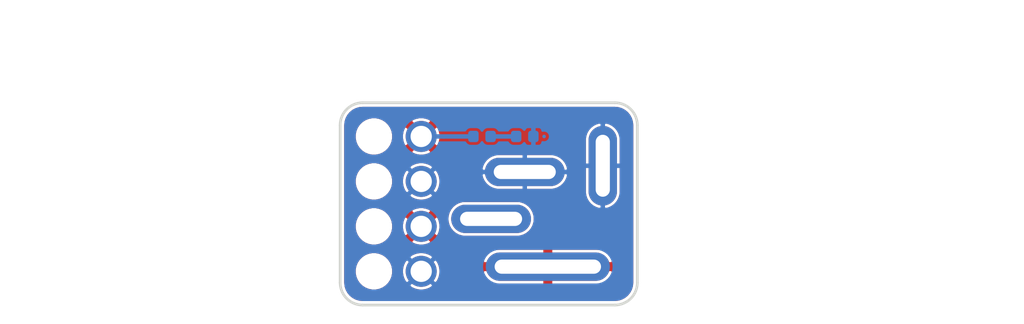
<source format=kicad_pcb>
(kicad_pcb (version 20171130) (host pcbnew "(5.0.2)-1")

  (general
    (thickness 1.6)
    (drawings 20)
    (tracks 5)
    (zones 0)
    (modules 9)
    (nets 4)
  )

  (page A4)
  (layers
    (0 F.Cu signal)
    (31 B.Cu signal)
    (32 B.Adhes user)
    (33 F.Adhes user)
    (34 B.Paste user)
    (35 F.Paste user)
    (36 B.SilkS user)
    (37 F.SilkS user)
    (38 B.Mask user)
    (39 F.Mask user)
    (40 Dwgs.User user)
    (41 Cmts.User user)
    (42 Eco1.User user)
    (43 Eco2.User user)
    (44 Edge.Cuts user)
    (45 Margin user)
    (46 B.CrtYd user)
    (47 F.CrtYd user)
    (48 B.Fab user)
    (49 F.Fab user)
  )

  (setup
    (last_trace_width 0.25)
    (trace_clearance 0.1524)
    (zone_clearance 0.1524)
    (zone_45_only no)
    (trace_min 0.2)
    (segment_width 0.2)
    (edge_width 0.15)
    (via_size 0.8)
    (via_drill 0.4)
    (via_min_size 0.4)
    (via_min_drill 0.3)
    (uvia_size 0.3)
    (uvia_drill 0.1)
    (uvias_allowed no)
    (uvia_min_size 0.2)
    (uvia_min_drill 0.1)
    (pcb_text_width 0.3)
    (pcb_text_size 1.5 1.5)
    (mod_edge_width 0.15)
    (mod_text_size 1 1)
    (mod_text_width 0.15)
    (pad_size 3 3)
    (pad_drill 3)
    (pad_to_mask_clearance 0.0508)
    (solder_mask_min_width 0.25)
    (aux_axis_origin 0 0)
    (visible_elements 7FFFFFFF)
    (pcbplotparams
      (layerselection 0x010fc_ffffffff)
      (usegerberextensions false)
      (usegerberattributes false)
      (usegerberadvancedattributes false)
      (creategerberjobfile false)
      (excludeedgelayer true)
      (linewidth 0.050000)
      (plotframeref false)
      (viasonmask false)
      (mode 1)
      (useauxorigin false)
      (hpglpennumber 1)
      (hpglpenspeed 20)
      (hpglpendiameter 15.000000)
      (psnegative false)
      (psa4output false)
      (plotreference true)
      (plotvalue true)
      (plotinvisibletext false)
      (padsonsilk false)
      (subtractmaskfromsilk false)
      (outputformat 1)
      (mirror false)
      (drillshape 1)
      (scaleselection 1)
      (outputdirectory ""))
  )

  (net 0 "")
  (net 1 "Net-(J1-Pad3)")
  (net 2 /DC+)
  (net 3 /DC-)

  (net_class Default "This is the default net class."
    (clearance 0.1524)
    (trace_width 0.25)
    (via_dia 0.8)
    (via_drill 0.4)
    (uvia_dia 0.3)
    (uvia_drill 0.1)
    (add_net /DC+)
    (add_net /DC-)
    (add_net "Net-(J1-Pad3)")
  )

  (module LED_SMD:LED_0402_1005Metric (layer B.Cu) (tedit 5C59AAE7) (tstamp 5C58C000)
    (at 150.876 93.726 180)
    (descr "LED SMD 0402 (1005 Metric), square (rectangular) end terminal, IPC_7351 nominal, (Body size source: http://www.tortai-tech.com/upload/download/2011102023233369053.pdf), generated with kicad-footprint-generator")
    (tags LED)
    (attr smd)
    (fp_text reference REF** (at 0 1.17 180) (layer B.SilkS) hide
      (effects (font (size 1 1) (thickness 0.15)) (justify mirror))
    )
    (fp_text value LED_0402_1005Metric (at 0 -1.17 180) (layer B.Fab)
      (effects (font (size 0.5 0.5) (thickness 0.05)) (justify mirror))
    )
    (fp_text user %R (at 0 0 180) (layer B.Fab)
      (effects (font (size 0.25 0.25) (thickness 0.04)) (justify mirror))
    )
    (fp_line (start 0.93 -0.47) (end -0.93 -0.47) (layer B.CrtYd) (width 0.05))
    (fp_line (start 0.93 0.47) (end 0.93 -0.47) (layer B.CrtYd) (width 0.05))
    (fp_line (start -0.93 0.47) (end 0.93 0.47) (layer B.CrtYd) (width 0.05))
    (fp_line (start -0.93 -0.47) (end -0.93 0.47) (layer B.CrtYd) (width 0.05))
    (fp_line (start -0.3 -0.25) (end -0.3 0.25) (layer B.Fab) (width 0.1))
    (fp_line (start -0.4 -0.25) (end -0.4 0.25) (layer B.Fab) (width 0.1))
    (fp_line (start 0.5 -0.25) (end -0.5 -0.25) (layer B.Fab) (width 0.1))
    (fp_line (start 0.5 0.25) (end 0.5 -0.25) (layer B.Fab) (width 0.1))
    (fp_line (start -0.5 0.25) (end 0.5 0.25) (layer B.Fab) (width 0.1))
    (fp_line (start -0.5 -0.25) (end -0.5 0.25) (layer B.Fab) (width 0.1))
    (fp_circle (center -1.09 0) (end -1.04 0) (layer B.Cu) (width 0.1))
    (pad 2 smd roundrect (at 0.485 0 180) (size 0.59 0.64) (layers B.Cu B.Paste B.Mask) (roundrect_rratio 0.25))
    (pad 1 smd roundrect (at -0.485 0 180) (size 0.59 0.64) (layers B.Cu B.Paste B.Mask) (roundrect_rratio 0.25)
      (net 3 /DC-))
    (model ${KISYS3DMOD}/LED_SMD.3dshapes/LED_0402_1005Metric.wrl
      (at (xyz 0 0 0))
      (scale (xyz 1 1 1))
      (rotate (xyz 0 0 0))
    )
  )

  (module SA_Resistors_SMD:R_0402_1005M (layer B.Cu) (tedit 5C58BD82) (tstamp 5C58BEAC)
    (at 148.463 93.726)
    (descr "Resistor SMD 0402 (1005 Metric), square (rectangular) end terminal, IPC_7351 nominal, (Body size source: http://www.tortai-tech.com/upload/download/2011102023233369053.pdf), generated with kicad-footprint-generator")
    (tags resistor)
    (attr smd)
    (fp_text reference REF** (at 0 0.87) (layer B.SilkS) hide
      (effects (font (size 0.6 0.6) (thickness 0.127)) (justify mirror))
    )
    (fp_text value R_0402_1005M (at 0 -0.7) (layer B.Fab)
      (effects (font (size 0.3 0.3) (thickness 0.03)) (justify mirror))
    )
    (fp_text user %R (at 0 0) (layer B.Fab)
      (effects (font (size 0.25 0.25) (thickness 0.04)) (justify mirror))
    )
    (fp_line (start 0.93 -0.47) (end -0.93 -0.47) (layer B.CrtYd) (width 0.05))
    (fp_line (start 0.93 0.47) (end 0.93 -0.47) (layer B.CrtYd) (width 0.05))
    (fp_line (start -0.93 0.47) (end 0.93 0.47) (layer B.CrtYd) (width 0.05))
    (fp_line (start -0.93 -0.47) (end -0.93 0.47) (layer B.CrtYd) (width 0.05))
    (fp_line (start 0.5 -0.25) (end -0.5 -0.25) (layer B.Fab) (width 0.1))
    (fp_line (start 0.5 0.25) (end 0.5 -0.25) (layer B.Fab) (width 0.1))
    (fp_line (start -0.5 0.25) (end 0.5 0.25) (layer B.Fab) (width 0.1))
    (fp_line (start -0.5 -0.25) (end -0.5 0.25) (layer B.Fab) (width 0.1))
    (pad 2 smd roundrect (at 0.485 0) (size 0.59 0.64) (layers B.Cu B.Paste B.Mask) (roundrect_rratio 0.25))
    (pad 1 smd roundrect (at -0.485 0) (size 0.59 0.64) (layers B.Cu B.Paste B.Mask) (roundrect_rratio 0.25)
      (net 2 /DC+))
    (model ${KISYS3DMOD}/Resistor_SMD.3dshapes/R_0402_1005Metric.wrl
      (at (xyz 0 0 0))
      (scale (xyz 1 1 1))
      (rotate (xyz 0 0 0))
    )
  )

  (module SA_Connectors_Wire:NPTH_1x_2.0mm (layer F.Cu) (tedit 5C58B217) (tstamp 5C584E6B)
    (at 142.367 98.806)
    (fp_text reference REF** (at 0 0.5) (layer F.SilkS) hide
      (effects (font (size 0.5 0.5) (thickness 0.05)))
    )
    (fp_text value NPTH_1x_2.0mm (at 0 -0.5) (layer F.Fab) hide
      (effects (font (size 0.5 0.5) (thickness 0.05)))
    )
    (pad "" np_thru_hole circle (at 0 0) (size 1.75 1.75) (drill 1.75) (layers *.Cu *.Mask))
  )

  (module SA_Connectors_Wire:NPTH_1x_2.0mm (layer F.Cu) (tedit 5C58B222) (tstamp 5C584E63)
    (at 142.367 101.346)
    (fp_text reference REF** (at 0 0.5) (layer F.SilkS) hide
      (effects (font (size 0.5 0.5) (thickness 0.05)))
    )
    (fp_text value NPTH_1x_2.0mm (at 0 -0.5) (layer F.Fab) hide
      (effects (font (size 0.5 0.5) (thickness 0.05)))
    )
    (pad "" np_thru_hole circle (at 0 0) (size 1.75 1.75) (drill 1.75) (layers *.Cu *.Mask))
  )

  (module SA_Connectors_Wire:NPTH_1x_2.0mm (layer F.Cu) (tedit 5C58B207) (tstamp 5C584E5B)
    (at 142.367 96.266)
    (fp_text reference REF** (at 0 0.5) (layer F.SilkS) hide
      (effects (font (size 0.5 0.5) (thickness 0.05)))
    )
    (fp_text value NPTH_1x_2.0mm (at 0 -0.5) (layer F.Fab) hide
      (effects (font (size 0.5 0.5) (thickness 0.05)))
    )
    (pad "" np_thru_hole circle (at 0 0) (size 1.75 1.75) (drill 1.75) (layers *.Cu *.Mask))
  )

  (module SA_Connectors_Wire:Wire_Pad_2x_1.0mm_Hole_1.5_Annular_2.54mm_Pitch (layer F.Cu) (tedit 5C592BC8) (tstamp 5C6175B7)
    (at 145.034 100.076 90)
    (path /5C584E3D)
    (fp_text reference J3 (at 0 0.5 90) (layer F.SilkS) hide
      (effects (font (size 0.5 0.5) (thickness 0.05)))
    )
    (fp_text value Wire_Pad_2x (at 0 -0.5 90) (layer F.Fab) hide
      (effects (font (size 0.5 0.5) (thickness 0.05)))
    )
    (pad 2 thru_hole circle (at 1.27 0 90) (size 1.75 1.75) (drill 1.2) (layers *.Cu *.Mask)
      (net 2 /DC+))
    (pad 1 thru_hole circle (at -1.27 0 90) (size 1.75 1.75) (drill 1.2) (layers *.Cu *.Mask)
      (net 3 /DC-))
  )

  (module SA_Connectors_Wire:Wire_Pad_2x_1.0mm_Hole_1.5_Annular_2.54mm_Pitch (layer F.Cu) (tedit 5C592BB3) (tstamp 5C6175B2)
    (at 145.034 94.996 90)
    (path /5C584E0A)
    (fp_text reference J2 (at 0 0.5 90) (layer F.SilkS) hide
      (effects (font (size 0.5 0.5) (thickness 0.05)))
    )
    (fp_text value Wire_Pad_2x (at 0 -0.5 90) (layer F.Fab) hide
      (effects (font (size 0.5 0.5) (thickness 0.05)))
    )
    (pad 1 thru_hole circle (at -1.27 0 90) (size 1.75 1.75) (drill 1.2) (layers *.Cu *.Mask)
      (net 3 /DC-))
    (pad 2 thru_hole circle (at 1.27 0 90) (size 1.75 1.75) (drill 1.2) (layers *.Cu *.Mask)
      (net 2 /DC+))
  )

  (module SA_Jacks_DC:Lumberg_Combined_Bottom (layer F.Cu) (tedit 5C592BDE) (tstamp 5C5DC710)
    (at 150.876 97.282)
    (descr $KICAD_MYGITHUBDATASHEETS$\Connectors_Jacks_DC\A-2237.pdf)
    (path /5C583F15)
    (fp_text reference J1 (at 0 5) (layer F.SilkS) hide
      (effects (font (size 1 1) (thickness 0.15)))
    )
    (fp_text value Lumberg_NEB_J_21_C (at 0 6.5) (layer F.Fab) hide
      (effects (font (size 0.5 0.5) (thickness 0.05)))
    )
    (fp_line (start 0 0) (end -0.5 0.5) (layer F.CrtYd) (width 0.12))
    (fp_line (start -0.5 -0.5) (end 0.5 0.5) (layer F.CrtYd) (width 0.12))
    (fp_line (start 0 0) (end 0.5 -0.5) (layer F.CrtYd) (width 0.12))
    (fp_line (start 0 -2) (end 0.5 -2.5) (layer F.CrtYd) (width 0.12))
    (fp_line (start 0.5 -1.5) (end 0 -2) (layer F.CrtYd) (width 0.12))
    (fp_line (start 0 -2) (end 0.5 -1.5) (layer F.CrtYd) (width 0.12))
    (fp_line (start -0.5 -1.5) (end 0 -2) (layer F.CrtYd) (width 0.12))
    (fp_line (start 0 -2) (end -0.5 -1.5) (layer F.CrtYd) (width 0.12))
    (fp_line (start -0.5 -2.5) (end 0 -2) (layer F.CrtYd) (width 0.12))
    (fp_line (start 0 -2) (end -0.5 -2.5) (layer F.CrtYd) (width 0.12))
    (fp_circle (center 0 -2) (end 0 -5.15) (layer F.CrtYd) (width 0.12))
    (fp_circle (center 0 0) (end -7 0) (layer F.CrtYd) (width 0.12))
    (pad 3 thru_hole oval (at -1.9 1.1) (size 4.5 1.6) (drill oval 3.5 0.8) (layers *.Cu *.Mask)
      (net 1 "Net-(J1-Pad3)"))
    (pad 2 thru_hole oval (at 1.3 3.8) (size 7 1.6) (drill oval 6 0.8) (layers *.Cu *.Mask)
      (net 2 /DC+))
    (pad 1 thru_hole oval (at 4.4 -1.9) (size 1.6 4.5) (drill oval 0.8 3.5) (layers *.Cu *.Mask)
      (net 3 /DC-))
    (pad 1 thru_hole oval (at 0 -1.55) (size 4.5 1.6) (drill oval 3.5 0.8) (layers *.Cu *.Mask)
      (net 3 /DC-))
    (model ${SA_LIB_3DSHAPES}/Lumberg_1614_09/Lumberg_1614_09_Bottom_Combined.step
      (at (xyz 0 0 0))
      (scale (xyz 1 1 1))
      (rotate (xyz 0 0 0))
    )
    (model ${SA_LIB_3DSHAPES}/Lumberg_NEB_J_21_C/Lumberg_NEB_J_21_C_Bottom.step
      (at (xyz 0 0 0))
      (scale (xyz 1 1 1))
      (rotate (xyz 0 0 0))
    )
  )

  (module SA_Connectors_Wire:NPTH_1x_2.0mm (layer F.Cu) (tedit 5C58B1FD) (tstamp 5C584E55)
    (at 142.367 93.726)
    (fp_text reference REF** (at 0 0.5) (layer F.SilkS) hide
      (effects (font (size 0.5 0.5) (thickness 0.05)))
    )
    (fp_text value NPTH_1x_2.0mm (at 0 -0.5) (layer F.Fab) hide
      (effects (font (size 0.5 0.5) (thickness 0.05)))
    )
    (pad "" np_thru_hole circle (at 0 0) (size 1.75 1.75) (drill 1.75) (layers *.Cu *.Mask))
  )

  (dimension 5.334 (width 0.3) (layer F.Fab)
    (gr_text "5.334 mm" (at 177.106 98.425 90) (layer F.Fab)
      (effects (font (size 1.5 1.5) (thickness 0.3)))
    )
    (feature1 (pts (xy 152.146 95.758) (xy 175.592421 95.758)))
    (feature2 (pts (xy 152.146 101.092) (xy 175.592421 101.092)))
    (crossbar (pts (xy 175.006 101.092) (xy 175.006 95.758)))
    (arrow1a (pts (xy 175.006 95.758) (xy 175.592421 96.884504)))
    (arrow1b (pts (xy 175.006 95.758) (xy 174.419579 96.884504)))
    (arrow2a (pts (xy 175.006 101.092) (xy 175.592421 99.965496)))
    (arrow2b (pts (xy 175.006 101.092) (xy 174.419579 99.965496)))
  )
  (dimension 2.667 (width 0.3) (layer F.Fab)
    (gr_text "2.667 mm" (at 173.296 99.7585 90) (layer F.Fab)
      (effects (font (size 1.5 1.5) (thickness 0.3)))
    )
    (feature1 (pts (xy 152.146 98.425) (xy 171.782421 98.425)))
    (feature2 (pts (xy 152.146 101.092) (xy 171.782421 101.092)))
    (crossbar (pts (xy 171.196 101.092) (xy 171.196 98.425)))
    (arrow1a (pts (xy 171.196 98.425) (xy 171.782421 99.551504)))
    (arrow1b (pts (xy 171.196 98.425) (xy 170.609579 99.551504)))
    (arrow2a (pts (xy 171.196 101.092) (xy 171.782421 99.965496)))
    (arrow2b (pts (xy 171.196 101.092) (xy 170.609579 99.965496)))
  )
  (dimension 2.54 (width 0.3) (layer F.Fab)
    (gr_text "2.540 mm" (at 134.806 100.076 90) (layer F.Fab)
      (effects (font (size 1.5 1.5) (thickness 0.3)))
    )
    (feature1 (pts (xy 142.367 98.806) (xy 136.319579 98.806)))
    (feature2 (pts (xy 142.367 101.346) (xy 136.319579 101.346)))
    (crossbar (pts (xy 136.906 101.346) (xy 136.906 98.806)))
    (arrow1a (pts (xy 136.906 98.806) (xy 137.492421 99.932504)))
    (arrow1b (pts (xy 136.906 98.806) (xy 136.319579 99.932504)))
    (arrow2a (pts (xy 136.906 101.346) (xy 137.492421 100.219496)))
    (arrow2b (pts (xy 136.906 101.346) (xy 136.319579 100.219496)))
  )
  (dimension 11.430706 (width 0.3) (layer F.Fab)
    (gr_text "11.431 mm" (at 161.672093 97.471782 270.6365936) (layer F.Fab)
      (effects (font (size 1.5 1.5) (thickness 0.3)))
    )
    (feature1 (pts (xy 155.956 103.251) (xy 160.222107 103.203599)))
    (feature2 (pts (xy 155.829 91.821) (xy 160.095107 91.773599)))
    (crossbar (pts (xy 159.508723 91.780114) (xy 159.635723 103.210114)))
    (arrow1a (pts (xy 159.635723 103.210114) (xy 159.036823 102.090195)))
    (arrow1b (pts (xy 159.635723 103.210114) (xy 160.209592 102.077164)))
    (arrow2a (pts (xy 159.508723 91.780114) (xy 158.934854 92.913064)))
    (arrow2b (pts (xy 159.508723 91.780114) (xy 160.107623 92.900033)))
  )
  (dimension 16.764481 (width 0.3) (layer F.Fab)
    (gr_text "16.764 mm" (at 148.888742 87.121627 359.5659494) (layer F.Fab)
      (effects (font (size 1.5 1.5) (thickness 0.3)))
    )
    (feature1 (pts (xy 157.226 93.091) (xy 157.259275 88.698663)))
    (feature2 (pts (xy 140.462 92.964) (xy 140.495275 88.571663)))
    (crossbar (pts (xy 140.490833 89.158067) (xy 157.254833 89.285067)))
    (arrow1a (pts (xy 157.254833 89.285067) (xy 156.123919 89.862937)))
    (arrow1b (pts (xy 157.254833 89.285067) (xy 156.132804 88.690129)))
    (arrow2a (pts (xy 140.490833 89.158067) (xy 141.612862 89.753005)))
    (arrow2b (pts (xy 140.490833 89.158067) (xy 141.621747 88.580197)))
  )
  (gr_text "1.75mm NPTH\n1.20mm PTH" (at 129.54 97.028) (layer F.Fab)
    (effects (font (size 1.5 1.5) (thickness 0.3)))
  )
  (gr_line (start 147.066 101.219) (end 147.066 101.473) (layer F.Mask) (width 0.127) (tstamp 5C617E67))
  (gr_line (start 146.685 100.965) (end 146.685 101.727) (layer F.Mask) (width 0.127) (tstamp 5C617E3D))
  (gr_line (start 146.304 95.504) (end 146.304 97.028) (layer F.Mask) (width 0.127) (tstamp 5C617DFD))
  (gr_line (start 147.066 96.139) (end 147.066 96.393) (layer F.Mask) (width 0.127) (tstamp 5C617D57))
  (gr_line (start 146.685 95.885) (end 146.685 96.647) (layer F.Mask) (width 0.127) (tstamp 5C617D2B))
  (gr_line (start 146.304 100.584) (end 146.304 102.108) (layer F.Mask) (width 0.127))
  (gr_line (start 141.732 103.251) (end 155.956 103.251) (layer Edge.Cuts) (width 0.15))
  (gr_line (start 140.462 93.091) (end 140.462 101.981) (layer Edge.Cuts) (width 0.15))
  (gr_line (start 155.956 91.821) (end 141.732 91.821) (layer Edge.Cuts) (width 0.15))
  (gr_line (start 157.226 101.981) (end 157.226 93.091) (layer Edge.Cuts) (width 0.15))
  (gr_arc (start 155.956 93.091) (end 157.226 93.091) (angle -90) (layer Edge.Cuts) (width 0.15) (tstamp 5C5DC833))
  (gr_arc (start 155.956 101.981) (end 155.956 103.251) (angle -90) (layer Edge.Cuts) (width 0.15) (tstamp 5C5DC830))
  (gr_arc (start 141.732 101.981) (end 140.462 101.981) (angle -90) (layer Edge.Cuts) (width 0.15) (tstamp 5C584EE4))
  (gr_arc (start 141.732 93.091) (end 141.732 91.821) (angle -90) (layer Edge.Cuts) (width 0.15) (tstamp 5C584E8B))

  (segment (start 150.391 93.726) (end 148.948 93.726) (width 0.25) (layer B.Cu) (net 0))
  (segment (start 145.034 93.726) (end 146.304 93.726) (width 0.25) (layer B.Cu) (net 2))
  (segment (start 146.304 93.726) (end 147.978 93.726) (width 0.25) (layer B.Cu) (net 2))
  (segment (start 148.082 95.732) (end 147.574 95.224) (width 0.25) (layer B.Cu) (net 3))
  (segment (start 150.876 95.732) (end 148.082 95.732) (width 0.25) (layer B.Cu) (net 3))

  (zone (net 2) (net_name /DC+) (layer F.Cu) (tstamp 5C585284) (hatch edge 0.508)
    (connect_pads (clearance 0.1524))
    (min_thickness 0.1524)
    (fill yes (arc_segments 32) (thermal_gap 0.1524) (thermal_bridge_width 0.508))
    (polygon
      (pts
        (xy 140.462 91.821) (xy 140.462 103.251) (xy 157.226 103.251) (xy 157.226 91.821)
      )
    )
    (filled_polygon
      (pts
        (xy 156.143425 92.144433) (xy 156.323712 92.198866) (xy 156.489992 92.287278) (xy 156.635934 92.406305) (xy 156.755974 92.551409)
        (xy 156.845547 92.717072) (xy 156.901236 92.89697) (xy 156.922401 93.09835) (xy 156.9224 101.966152) (xy 156.902567 102.168425)
        (xy 156.848134 102.348712) (xy 156.759722 102.514992) (xy 156.640695 102.660934) (xy 156.495591 102.780975) (xy 156.329929 102.870547)
        (xy 156.15003 102.926236) (xy 155.94866 102.9474) (xy 141.746848 102.9474) (xy 141.544575 102.927567) (xy 141.364288 102.873134)
        (xy 141.198008 102.784722) (xy 141.052066 102.665695) (xy 140.932025 102.520591) (xy 140.842453 102.354929) (xy 140.786764 102.17503)
        (xy 140.7656 101.97366) (xy 140.7656 101.237305) (xy 141.2634 101.237305) (xy 141.2634 101.454695) (xy 141.305811 101.667908)
        (xy 141.389002 101.868751) (xy 141.509778 102.049504) (xy 141.663496 102.203222) (xy 141.844249 102.323998) (xy 142.045092 102.407189)
        (xy 142.258305 102.4496) (xy 142.475695 102.4496) (xy 142.688908 102.407189) (xy 142.889751 102.323998) (xy 143.070504 102.203222)
        (xy 143.224222 102.049504) (xy 143.344998 101.868751) (xy 143.428189 101.667908) (xy 143.4706 101.454695) (xy 143.4706 101.237305)
        (xy 143.9304 101.237305) (xy 143.9304 101.454695) (xy 143.972811 101.667908) (xy 144.056002 101.868751) (xy 144.176778 102.049504)
        (xy 144.330496 102.203222) (xy 144.511249 102.323998) (xy 144.712092 102.407189) (xy 144.925305 102.4496) (xy 145.142695 102.4496)
        (xy 145.355908 102.407189) (xy 145.556751 102.323998) (xy 145.737504 102.203222) (xy 145.891222 102.049504) (xy 146.011998 101.868751)
        (xy 146.095189 101.667908) (xy 146.1376 101.454695) (xy 146.1376 101.416097) (xy 148.50317 101.416097) (xy 148.521969 101.505625)
        (xy 148.622946 101.683607) (xy 148.756705 101.83847) (xy 148.918106 101.964262) (xy 149.100946 102.056149) (xy 149.2982 102.1106)
        (xy 151.9982 102.1106) (xy 151.9982 101.2598) (xy 152.3538 101.2598) (xy 152.3538 102.1106) (xy 155.0538 102.1106)
        (xy 155.251054 102.056149) (xy 155.433894 101.964262) (xy 155.595295 101.83847) (xy 155.729054 101.683607) (xy 155.830031 101.505625)
        (xy 155.84883 101.416097) (xy 155.83104 101.2598) (xy 152.3538 101.2598) (xy 151.9982 101.2598) (xy 148.52096 101.2598)
        (xy 148.50317 101.416097) (xy 146.1376 101.416097) (xy 146.1376 101.237305) (xy 146.095189 101.024092) (xy 146.011998 100.823249)
        (xy 145.961654 100.747903) (xy 148.50317 100.747903) (xy 148.52096 100.9042) (xy 151.9982 100.9042) (xy 151.9982 100.0534)
        (xy 152.3538 100.0534) (xy 152.3538 100.9042) (xy 155.83104 100.9042) (xy 155.84883 100.747903) (xy 155.830031 100.658375)
        (xy 155.729054 100.480393) (xy 155.595295 100.32553) (xy 155.433894 100.199738) (xy 155.251054 100.107851) (xy 155.0538 100.0534)
        (xy 152.3538 100.0534) (xy 151.9982 100.0534) (xy 149.2982 100.0534) (xy 149.100946 100.107851) (xy 148.918106 100.199738)
        (xy 148.756705 100.32553) (xy 148.622946 100.480393) (xy 148.521969 100.658375) (xy 148.50317 100.747903) (xy 145.961654 100.747903)
        (xy 145.891222 100.642496) (xy 145.737504 100.488778) (xy 145.556751 100.368002) (xy 145.355908 100.284811) (xy 145.142695 100.2424)
        (xy 144.925305 100.2424) (xy 144.712092 100.284811) (xy 144.511249 100.368002) (xy 144.330496 100.488778) (xy 144.176778 100.642496)
        (xy 144.056002 100.823249) (xy 143.972811 101.024092) (xy 143.9304 101.237305) (xy 143.4706 101.237305) (xy 143.428189 101.024092)
        (xy 143.344998 100.823249) (xy 143.224222 100.642496) (xy 143.070504 100.488778) (xy 142.889751 100.368002) (xy 142.688908 100.284811)
        (xy 142.475695 100.2424) (xy 142.258305 100.2424) (xy 142.045092 100.284811) (xy 141.844249 100.368002) (xy 141.663496 100.488778)
        (xy 141.509778 100.642496) (xy 141.389002 100.823249) (xy 141.305811 101.024092) (xy 141.2634 101.237305) (xy 140.7656 101.237305)
        (xy 140.7656 98.697305) (xy 141.2634 98.697305) (xy 141.2634 98.914695) (xy 141.305811 99.127908) (xy 141.389002 99.328751)
        (xy 141.509778 99.509504) (xy 141.663496 99.663222) (xy 141.844249 99.783998) (xy 142.045092 99.867189) (xy 142.258305 99.9096)
        (xy 142.475695 99.9096) (xy 142.688908 99.867189) (xy 142.889751 99.783998) (xy 143.06822 99.664748) (xy 144.426699 99.664748)
        (xy 144.534457 99.796053) (xy 144.737205 99.874486) (xy 144.951359 99.911857) (xy 145.168689 99.906731) (xy 145.380843 99.859305)
        (xy 145.533543 99.796053) (xy 145.641301 99.664748) (xy 145.034 99.057447) (xy 144.426699 99.664748) (xy 143.06822 99.664748)
        (xy 143.070504 99.663222) (xy 143.224222 99.509504) (xy 143.344998 99.328751) (xy 143.428189 99.127908) (xy 143.4706 98.914695)
        (xy 143.4706 98.723359) (xy 143.928143 98.723359) (xy 143.933269 98.940689) (xy 143.980695 99.152843) (xy 144.043947 99.305543)
        (xy 144.175252 99.413301) (xy 144.782553 98.806) (xy 145.285447 98.806) (xy 145.892748 99.413301) (xy 146.024053 99.305543)
        (xy 146.102486 99.102795) (xy 146.139857 98.888641) (xy 146.134731 98.671311) (xy 146.087305 98.459157) (xy 146.055345 98.382)
        (xy 146.492424 98.382) (xy 146.512284 98.583641) (xy 146.5711 98.777532) (xy 146.666613 98.956224) (xy 146.795151 99.112849)
        (xy 146.951776 99.241387) (xy 147.130468 99.3369) (xy 147.324359 99.395716) (xy 147.475478 99.4106) (xy 150.476522 99.4106)
        (xy 150.627641 99.395716) (xy 150.821532 99.3369) (xy 151.000224 99.241387) (xy 151.156849 99.112849) (xy 151.285387 98.956224)
        (xy 151.3809 98.777532) (xy 151.439716 98.583641) (xy 151.459576 98.382) (xy 151.439716 98.180359) (xy 151.3809 97.986468)
        (xy 151.285387 97.807776) (xy 151.156849 97.651151) (xy 151.000224 97.522613) (xy 150.821532 97.4271) (xy 150.627641 97.368284)
        (xy 150.476522 97.3534) (xy 147.475478 97.3534) (xy 147.324359 97.368284) (xy 147.130468 97.4271) (xy 146.951776 97.522613)
        (xy 146.795151 97.651151) (xy 146.666613 97.807776) (xy 146.5711 97.986468) (xy 146.512284 98.180359) (xy 146.492424 98.382)
        (xy 146.055345 98.382) (xy 146.024053 98.306457) (xy 145.892748 98.198699) (xy 145.285447 98.806) (xy 144.782553 98.806)
        (xy 144.175252 98.198699) (xy 144.043947 98.306457) (xy 143.965514 98.509205) (xy 143.928143 98.723359) (xy 143.4706 98.723359)
        (xy 143.4706 98.697305) (xy 143.428189 98.484092) (xy 143.344998 98.283249) (xy 143.224222 98.102496) (xy 143.070504 97.948778)
        (xy 143.068221 97.947252) (xy 144.426699 97.947252) (xy 145.034 98.554553) (xy 145.641301 97.947252) (xy 145.533543 97.815947)
        (xy 145.330795 97.737514) (xy 145.116641 97.700143) (xy 144.899311 97.705269) (xy 144.687157 97.752695) (xy 144.534457 97.815947)
        (xy 144.426699 97.947252) (xy 143.068221 97.947252) (xy 142.889751 97.828002) (xy 142.688908 97.744811) (xy 142.475695 97.7024)
        (xy 142.258305 97.7024) (xy 142.045092 97.744811) (xy 141.844249 97.828002) (xy 141.663496 97.948778) (xy 141.509778 98.102496)
        (xy 141.389002 98.283249) (xy 141.305811 98.484092) (xy 141.2634 98.697305) (xy 140.7656 98.697305) (xy 140.7656 96.157305)
        (xy 141.2634 96.157305) (xy 141.2634 96.374695) (xy 141.305811 96.587908) (xy 141.389002 96.788751) (xy 141.509778 96.969504)
        (xy 141.663496 97.123222) (xy 141.844249 97.243998) (xy 142.045092 97.327189) (xy 142.258305 97.3696) (xy 142.475695 97.3696)
        (xy 142.688908 97.327189) (xy 142.889751 97.243998) (xy 143.070504 97.123222) (xy 143.224222 96.969504) (xy 143.344998 96.788751)
        (xy 143.428189 96.587908) (xy 143.4706 96.374695) (xy 143.4706 96.157305) (xy 143.9304 96.157305) (xy 143.9304 96.374695)
        (xy 143.972811 96.587908) (xy 144.056002 96.788751) (xy 144.176778 96.969504) (xy 144.330496 97.123222) (xy 144.511249 97.243998)
        (xy 144.712092 97.327189) (xy 144.925305 97.3696) (xy 145.142695 97.3696) (xy 145.355908 97.327189) (xy 145.556751 97.243998)
        (xy 145.737504 97.123222) (xy 145.891222 96.969504) (xy 146.011998 96.788751) (xy 146.095189 96.587908) (xy 146.1376 96.374695)
        (xy 146.1376 96.157305) (xy 146.095189 95.944092) (xy 146.011998 95.743249) (xy 146.004482 95.732) (xy 148.392424 95.732)
        (xy 148.412284 95.933641) (xy 148.4711 96.127532) (xy 148.566613 96.306224) (xy 148.695151 96.462849) (xy 148.851776 96.591387)
        (xy 149.030468 96.6869) (xy 149.224359 96.745716) (xy 149.375478 96.7606) (xy 152.376522 96.7606) (xy 152.527641 96.745716)
        (xy 152.721532 96.6869) (xy 152.900224 96.591387) (xy 153.056849 96.462849) (xy 153.185387 96.306224) (xy 153.2809 96.127532)
        (xy 153.339716 95.933641) (xy 153.359576 95.732) (xy 153.339716 95.530359) (xy 153.2809 95.336468) (xy 153.185387 95.157776)
        (xy 153.056849 95.001151) (xy 152.900224 94.872613) (xy 152.721532 94.7771) (xy 152.527641 94.718284) (xy 152.376522 94.7034)
        (xy 149.375478 94.7034) (xy 149.224359 94.718284) (xy 149.030468 94.7771) (xy 148.851776 94.872613) (xy 148.695151 95.001151)
        (xy 148.566613 95.157776) (xy 148.4711 95.336468) (xy 148.412284 95.530359) (xy 148.392424 95.732) (xy 146.004482 95.732)
        (xy 145.891222 95.562496) (xy 145.737504 95.408778) (xy 145.556751 95.288002) (xy 145.355908 95.204811) (xy 145.142695 95.1624)
        (xy 144.925305 95.1624) (xy 144.712092 95.204811) (xy 144.511249 95.288002) (xy 144.330496 95.408778) (xy 144.176778 95.562496)
        (xy 144.056002 95.743249) (xy 143.972811 95.944092) (xy 143.9304 96.157305) (xy 143.4706 96.157305) (xy 143.428189 95.944092)
        (xy 143.344998 95.743249) (xy 143.224222 95.562496) (xy 143.070504 95.408778) (xy 142.889751 95.288002) (xy 142.688908 95.204811)
        (xy 142.475695 95.1624) (xy 142.258305 95.1624) (xy 142.045092 95.204811) (xy 141.844249 95.288002) (xy 141.663496 95.408778)
        (xy 141.509778 95.562496) (xy 141.389002 95.743249) (xy 141.305811 95.944092) (xy 141.2634 96.157305) (xy 140.7656 96.157305)
        (xy 140.7656 93.617305) (xy 141.2634 93.617305) (xy 141.2634 93.834695) (xy 141.305811 94.047908) (xy 141.389002 94.248751)
        (xy 141.509778 94.429504) (xy 141.663496 94.583222) (xy 141.844249 94.703998) (xy 142.045092 94.787189) (xy 142.258305 94.8296)
        (xy 142.475695 94.8296) (xy 142.688908 94.787189) (xy 142.889751 94.703998) (xy 143.06822 94.584748) (xy 144.426699 94.584748)
        (xy 144.534457 94.716053) (xy 144.737205 94.794486) (xy 144.951359 94.831857) (xy 145.168689 94.826731) (xy 145.380843 94.779305)
        (xy 145.533543 94.716053) (xy 145.641301 94.584748) (xy 145.034 93.977447) (xy 144.426699 94.584748) (xy 143.06822 94.584748)
        (xy 143.070504 94.583222) (xy 143.224222 94.429504) (xy 143.344998 94.248751) (xy 143.428189 94.047908) (xy 143.4706 93.834695)
        (xy 143.4706 93.643359) (xy 143.928143 93.643359) (xy 143.933269 93.860689) (xy 143.980695 94.072843) (xy 144.043947 94.225543)
        (xy 144.175252 94.333301) (xy 144.782553 93.726) (xy 145.285447 93.726) (xy 145.892748 94.333301) (xy 146.024053 94.225543)
        (xy 146.102486 94.022795) (xy 146.127146 93.881479) (xy 154.2474 93.881479) (xy 154.247401 96.882522) (xy 154.262285 97.033641)
        (xy 154.321101 97.227532) (xy 154.416614 97.406224) (xy 154.545152 97.562849) (xy 154.701777 97.691387) (xy 154.880469 97.7869)
        (xy 155.07436 97.845716) (xy 155.276 97.865576) (xy 155.477641 97.845716) (xy 155.671532 97.7869) (xy 155.850224 97.691387)
        (xy 156.006849 97.562849) (xy 156.135387 97.406224) (xy 156.2309 97.227532) (xy 156.289716 97.033641) (xy 156.3046 96.882522)
        (xy 156.3046 93.881478) (xy 156.289716 93.730359) (xy 156.2309 93.536468) (xy 156.135387 93.357776) (xy 156.006849 93.201151)
        (xy 155.850224 93.072613) (xy 155.671531 92.9771) (xy 155.47764 92.918284) (xy 155.276 92.898424) (xy 155.074359 92.918284)
        (xy 154.880468 92.9771) (xy 154.701776 93.072613) (xy 154.545151 93.201151) (xy 154.416613 93.357776) (xy 154.3211 93.536469)
        (xy 154.262284 93.73036) (xy 154.2474 93.881479) (xy 146.127146 93.881479) (xy 146.139857 93.808641) (xy 146.134731 93.591311)
        (xy 146.087305 93.379157) (xy 146.024053 93.226457) (xy 145.892748 93.118699) (xy 145.285447 93.726) (xy 144.782553 93.726)
        (xy 144.175252 93.118699) (xy 144.043947 93.226457) (xy 143.965514 93.429205) (xy 143.928143 93.643359) (xy 143.4706 93.643359)
        (xy 143.4706 93.617305) (xy 143.428189 93.404092) (xy 143.344998 93.203249) (xy 143.224222 93.022496) (xy 143.070504 92.868778)
        (xy 143.068221 92.867252) (xy 144.426699 92.867252) (xy 145.034 93.474553) (xy 145.641301 92.867252) (xy 145.533543 92.735947)
        (xy 145.330795 92.657514) (xy 145.116641 92.620143) (xy 144.899311 92.625269) (xy 144.687157 92.672695) (xy 144.534457 92.735947)
        (xy 144.426699 92.867252) (xy 143.068221 92.867252) (xy 142.889751 92.748002) (xy 142.688908 92.664811) (xy 142.475695 92.6224)
        (xy 142.258305 92.6224) (xy 142.045092 92.664811) (xy 141.844249 92.748002) (xy 141.663496 92.868778) (xy 141.509778 93.022496)
        (xy 141.389002 93.203249) (xy 141.305811 93.404092) (xy 141.2634 93.617305) (xy 140.7656 93.617305) (xy 140.7656 93.105848)
        (xy 140.785433 92.903575) (xy 140.839866 92.723288) (xy 140.928278 92.557008) (xy 141.047305 92.411066) (xy 141.192409 92.291026)
        (xy 141.358072 92.201453) (xy 141.53797 92.145764) (xy 141.73934 92.1246) (xy 155.941152 92.1246)
      )
    )
  )
  (zone (net 3) (net_name /DC-) (layer B.Cu) (tstamp 5C5DC871) (hatch edge 0.508)
    (connect_pads (clearance 0.1524))
    (min_thickness 0.1524)
    (fill yes (arc_segments 32) (thermal_gap 0.1524) (thermal_bridge_width 0.254))
    (polygon
      (pts
        (xy 140.462 91.821) (xy 140.462 103.251) (xy 157.226 103.251) (xy 157.226 91.821)
      )
    )
    (filled_polygon
      (pts
        (xy 156.143425 92.144433) (xy 156.323712 92.198866) (xy 156.489992 92.287278) (xy 156.635934 92.406305) (xy 156.755974 92.551409)
        (xy 156.845547 92.717072) (xy 156.901236 92.89697) (xy 156.922401 93.09835) (xy 156.9224 101.966152) (xy 156.902567 102.168425)
        (xy 156.848134 102.348712) (xy 156.759722 102.514992) (xy 156.640695 102.660934) (xy 156.495591 102.780975) (xy 156.329929 102.870547)
        (xy 156.15003 102.926236) (xy 155.94866 102.9474) (xy 141.746848 102.9474) (xy 141.544575 102.927567) (xy 141.364288 102.873134)
        (xy 141.198008 102.784722) (xy 141.052066 102.665695) (xy 140.932025 102.520591) (xy 140.842453 102.354929) (xy 140.786764 102.17503)
        (xy 140.7656 101.97366) (xy 140.7656 101.237305) (xy 141.2634 101.237305) (xy 141.2634 101.454695) (xy 141.305811 101.667908)
        (xy 141.389002 101.868751) (xy 141.509778 102.049504) (xy 141.663496 102.203222) (xy 141.844249 102.323998) (xy 142.045092 102.407189)
        (xy 142.258305 102.4496) (xy 142.475695 102.4496) (xy 142.688908 102.407189) (xy 142.889751 102.323998) (xy 143.070504 102.203222)
        (xy 143.148945 102.124781) (xy 144.327062 102.124781) (xy 144.423963 102.272069) (xy 144.616352 102.373288) (xy 144.82479 102.435027)
        (xy 145.041269 102.454916) (xy 145.257468 102.43219) (xy 145.465079 102.367723) (xy 145.644037 102.272069) (xy 145.740938 102.124781)
        (xy 145.034 101.417842) (xy 144.327062 102.124781) (xy 143.148945 102.124781) (xy 143.224222 102.049504) (xy 143.344998 101.868751)
        (xy 143.428189 101.667908) (xy 143.4706 101.454695) (xy 143.4706 101.353269) (xy 143.925084 101.353269) (xy 143.94781 101.569468)
        (xy 144.012277 101.777079) (xy 144.107931 101.956037) (xy 144.255219 102.052938) (xy 144.962158 101.346) (xy 145.105842 101.346)
        (xy 145.812781 102.052938) (xy 145.960069 101.956037) (xy 146.061288 101.763648) (xy 146.123027 101.55521) (xy 146.142916 101.338731)
        (xy 146.12019 101.122532) (xy 146.107605 101.082) (xy 148.442424 101.082) (xy 148.462284 101.283641) (xy 148.5211 101.477532)
        (xy 148.616613 101.656224) (xy 148.745151 101.812849) (xy 148.901776 101.941387) (xy 149.080468 102.0369) (xy 149.274359 102.095716)
        (xy 149.425478 102.1106) (xy 154.926522 102.1106) (xy 155.077641 102.095716) (xy 155.271532 102.0369) (xy 155.450224 101.941387)
        (xy 155.606849 101.812849) (xy 155.735387 101.656224) (xy 155.8309 101.477532) (xy 155.889716 101.283641) (xy 155.909576 101.082)
        (xy 155.889716 100.880359) (xy 155.8309 100.686468) (xy 155.735387 100.507776) (xy 155.606849 100.351151) (xy 155.450224 100.222613)
        (xy 155.271532 100.1271) (xy 155.077641 100.068284) (xy 154.926522 100.0534) (xy 149.425478 100.0534) (xy 149.274359 100.068284)
        (xy 149.080468 100.1271) (xy 148.901776 100.222613) (xy 148.745151 100.351151) (xy 148.616613 100.507776) (xy 148.5211 100.686468)
        (xy 148.462284 100.880359) (xy 148.442424 101.082) (xy 146.107605 101.082) (xy 146.055723 100.914921) (xy 145.960069 100.735963)
        (xy 145.812781 100.639062) (xy 145.105842 101.346) (xy 144.962158 101.346) (xy 144.255219 100.639062) (xy 144.107931 100.735963)
        (xy 144.006712 100.928352) (xy 143.944973 101.13679) (xy 143.925084 101.353269) (xy 143.4706 101.353269) (xy 143.4706 101.237305)
        (xy 143.428189 101.024092) (xy 143.344998 100.823249) (xy 143.224222 100.642496) (xy 143.148945 100.567219) (xy 144.327062 100.567219)
        (xy 145.034 101.274158) (xy 145.740938 100.567219) (xy 145.644037 100.419931) (xy 145.451648 100.318712) (xy 145.24321 100.256973)
        (xy 145.026731 100.237084) (xy 144.810532 100.25981) (xy 144.602921 100.324277) (xy 144.423963 100.419931) (xy 144.327062 100.567219)
        (xy 143.148945 100.567219) (xy 143.070504 100.488778) (xy 142.889751 100.368002) (xy 142.688908 100.284811) (xy 142.475695 100.2424)
        (xy 142.258305 100.2424) (xy 142.045092 100.284811) (xy 141.844249 100.368002) (xy 141.663496 100.488778) (xy 141.509778 100.642496)
        (xy 141.389002 100.823249) (xy 141.305811 101.024092) (xy 141.2634 101.237305) (xy 140.7656 101.237305) (xy 140.7656 98.697305)
        (xy 141.2634 98.697305) (xy 141.2634 98.914695) (xy 141.305811 99.127908) (xy 141.389002 99.328751) (xy 141.509778 99.509504)
        (xy 141.663496 99.663222) (xy 141.844249 99.783998) (xy 142.045092 99.867189) (xy 142.258305 99.9096) (xy 142.475695 99.9096)
        (xy 142.688908 99.867189) (xy 142.889751 99.783998) (xy 143.070504 99.663222) (xy 143.224222 99.509504) (xy 143.344998 99.328751)
        (xy 143.428189 99.127908) (xy 143.4706 98.914695) (xy 143.4706 98.697305) (xy 143.9304 98.697305) (xy 143.9304 98.914695)
        (xy 143.972811 99.127908) (xy 144.056002 99.328751) (xy 144.176778 99.509504) (xy 144.330496 99.663222) (xy 144.511249 99.783998)
        (xy 144.712092 99.867189) (xy 144.925305 99.9096) (xy 145.142695 99.9096) (xy 145.355908 99.867189) (xy 145.556751 99.783998)
        (xy 145.737504 99.663222) (xy 145.891222 99.509504) (xy 146.011998 99.328751) (xy 146.095189 99.127908) (xy 146.1376 98.914695)
        (xy 146.1376 98.697305) (xy 146.095189 98.484092) (xy 146.052902 98.382) (xy 146.492424 98.382) (xy 146.512284 98.583641)
        (xy 146.5711 98.777532) (xy 146.666613 98.956224) (xy 146.795151 99.112849) (xy 146.951776 99.241387) (xy 147.130468 99.3369)
        (xy 147.324359 99.395716) (xy 147.475478 99.4106) (xy 150.476522 99.4106) (xy 150.627641 99.395716) (xy 150.821532 99.3369)
        (xy 151.000224 99.241387) (xy 151.156849 99.112849) (xy 151.285387 98.956224) (xy 151.3809 98.777532) (xy 151.439716 98.583641)
        (xy 151.459576 98.382) (xy 151.439716 98.180359) (xy 151.3809 97.986468) (xy 151.285387 97.807776) (xy 151.156849 97.651151)
        (xy 151.000224 97.522613) (xy 150.821532 97.4271) (xy 150.627641 97.368284) (xy 150.476522 97.3534) (xy 147.475478 97.3534)
        (xy 147.324359 97.368284) (xy 147.130468 97.4271) (xy 146.951776 97.522613) (xy 146.795151 97.651151) (xy 146.666613 97.807776)
        (xy 146.5711 97.986468) (xy 146.512284 98.180359) (xy 146.492424 98.382) (xy 146.052902 98.382) (xy 146.011998 98.283249)
        (xy 145.891222 98.102496) (xy 145.737504 97.948778) (xy 145.556751 97.828002) (xy 145.355908 97.744811) (xy 145.142695 97.7024)
        (xy 144.925305 97.7024) (xy 144.712092 97.744811) (xy 144.511249 97.828002) (xy 144.330496 97.948778) (xy 144.176778 98.102496)
        (xy 144.056002 98.283249) (xy 143.972811 98.484092) (xy 143.9304 98.697305) (xy 143.4706 98.697305) (xy 143.428189 98.484092)
        (xy 143.344998 98.283249) (xy 143.224222 98.102496) (xy 143.070504 97.948778) (xy 142.889751 97.828002) (xy 142.688908 97.744811)
        (xy 142.475695 97.7024) (xy 142.258305 97.7024) (xy 142.045092 97.744811) (xy 141.844249 97.828002) (xy 141.663496 97.948778)
        (xy 141.509778 98.102496) (xy 141.389002 98.283249) (xy 141.305811 98.484092) (xy 141.2634 98.697305) (xy 140.7656 98.697305)
        (xy 140.7656 96.157305) (xy 141.2634 96.157305) (xy 141.2634 96.374695) (xy 141.305811 96.587908) (xy 141.389002 96.788751)
        (xy 141.509778 96.969504) (xy 141.663496 97.123222) (xy 141.844249 97.243998) (xy 142.045092 97.327189) (xy 142.258305 97.3696)
        (xy 142.475695 97.3696) (xy 142.688908 97.327189) (xy 142.889751 97.243998) (xy 143.070504 97.123222) (xy 143.148945 97.044781)
        (xy 144.327062 97.044781) (xy 144.423963 97.192069) (xy 144.616352 97.293288) (xy 144.82479 97.355027) (xy 145.041269 97.374916)
        (xy 145.257468 97.35219) (xy 145.465079 97.287723) (xy 145.644037 97.192069) (xy 145.740938 97.044781) (xy 145.034 96.337842)
        (xy 144.327062 97.044781) (xy 143.148945 97.044781) (xy 143.224222 96.969504) (xy 143.344998 96.788751) (xy 143.428189 96.587908)
        (xy 143.4706 96.374695) (xy 143.4706 96.273269) (xy 143.925084 96.273269) (xy 143.94781 96.489468) (xy 144.012277 96.697079)
        (xy 144.107931 96.876037) (xy 144.255219 96.972938) (xy 144.962158 96.266) (xy 145.105842 96.266) (xy 145.812781 96.972938)
        (xy 145.960069 96.876037) (xy 146.061288 96.683648) (xy 146.123027 96.47521) (xy 146.142916 96.258731) (xy 146.12019 96.042532)
        (xy 146.089249 95.942887) (xy 148.41925 95.942887) (xy 148.456257 96.078695) (xy 148.542527 96.261221) (xy 148.662749 96.423409)
        (xy 148.812302 96.559027) (xy 148.985439 96.662862) (xy 149.175506 96.730925) (xy 149.3752 96.7606) (xy 150.8252 96.7606)
        (xy 150.8252 95.7828) (xy 150.9268 95.7828) (xy 150.9268 96.7606) (xy 152.3768 96.7606) (xy 152.576494 96.730925)
        (xy 152.766561 96.662862) (xy 152.939698 96.559027) (xy 153.089251 96.423409) (xy 153.209473 96.261221) (xy 153.295743 96.078695)
        (xy 153.33275 95.942887) (xy 153.296121 95.7828) (xy 150.9268 95.7828) (xy 150.8252 95.7828) (xy 148.455879 95.7828)
        (xy 148.41925 95.942887) (xy 146.089249 95.942887) (xy 146.055723 95.834921) (xy 145.960069 95.655963) (xy 145.812781 95.559062)
        (xy 145.105842 96.266) (xy 144.962158 96.266) (xy 144.255219 95.559062) (xy 144.107931 95.655963) (xy 144.006712 95.848352)
        (xy 143.944973 96.05679) (xy 143.925084 96.273269) (xy 143.4706 96.273269) (xy 143.4706 96.157305) (xy 143.428189 95.944092)
        (xy 143.344998 95.743249) (xy 143.224222 95.562496) (xy 143.148945 95.487219) (xy 144.327062 95.487219) (xy 145.034 96.194158)
        (xy 145.707044 95.521113) (xy 148.41925 95.521113) (xy 148.455879 95.6812) (xy 150.8252 95.6812) (xy 150.8252 94.7034)
        (xy 150.9268 94.7034) (xy 150.9268 95.6812) (xy 153.296121 95.6812) (xy 153.33275 95.521113) (xy 153.308686 95.4328)
        (xy 154.2474 95.4328) (xy 154.2474 96.8828) (xy 154.277075 97.082494) (xy 154.345138 97.272561) (xy 154.448973 97.445698)
        (xy 154.584591 97.595251) (xy 154.746779 97.715473) (xy 154.929305 97.801743) (xy 155.065113 97.83875) (xy 155.2252 97.802121)
        (xy 155.2252 95.4328) (xy 155.3268 95.4328) (xy 155.3268 97.802121) (xy 155.486887 97.83875) (xy 155.622695 97.801743)
        (xy 155.805221 97.715473) (xy 155.967409 97.595251) (xy 156.103027 97.445698) (xy 156.206862 97.272561) (xy 156.274925 97.082494)
        (xy 156.3046 96.8828) (xy 156.3046 95.4328) (xy 155.3268 95.4328) (xy 155.2252 95.4328) (xy 154.2474 95.4328)
        (xy 153.308686 95.4328) (xy 153.295743 95.385305) (xy 153.209473 95.202779) (xy 153.089251 95.040591) (xy 152.939698 94.904973)
        (xy 152.766561 94.801138) (xy 152.576494 94.733075) (xy 152.3768 94.7034) (xy 150.9268 94.7034) (xy 150.8252 94.7034)
        (xy 149.3752 94.7034) (xy 149.175506 94.733075) (xy 148.985439 94.801138) (xy 148.812302 94.904973) (xy 148.662749 95.040591)
        (xy 148.542527 95.202779) (xy 148.456257 95.385305) (xy 148.41925 95.521113) (xy 145.707044 95.521113) (xy 145.740938 95.487219)
        (xy 145.644037 95.339931) (xy 145.451648 95.238712) (xy 145.24321 95.176973) (xy 145.026731 95.157084) (xy 144.810532 95.17981)
        (xy 144.602921 95.244277) (xy 144.423963 95.339931) (xy 144.327062 95.487219) (xy 143.148945 95.487219) (xy 143.070504 95.408778)
        (xy 142.889751 95.288002) (xy 142.688908 95.204811) (xy 142.475695 95.1624) (xy 142.258305 95.1624) (xy 142.045092 95.204811)
        (xy 141.844249 95.288002) (xy 141.663496 95.408778) (xy 141.509778 95.562496) (xy 141.389002 95.743249) (xy 141.305811 95.944092)
        (xy 141.2634 96.157305) (xy 140.7656 96.157305) (xy 140.7656 93.617305) (xy 141.2634 93.617305) (xy 141.2634 93.834695)
        (xy 141.305811 94.047908) (xy 141.389002 94.248751) (xy 141.509778 94.429504) (xy 141.663496 94.583222) (xy 141.844249 94.703998)
        (xy 142.045092 94.787189) (xy 142.258305 94.8296) (xy 142.475695 94.8296) (xy 142.688908 94.787189) (xy 142.889751 94.703998)
        (xy 143.070504 94.583222) (xy 143.224222 94.429504) (xy 143.344998 94.248751) (xy 143.428189 94.047908) (xy 143.4706 93.834695)
        (xy 143.4706 93.617305) (xy 143.9304 93.617305) (xy 143.9304 93.834695) (xy 143.972811 94.047908) (xy 144.056002 94.248751)
        (xy 144.176778 94.429504) (xy 144.330496 94.583222) (xy 144.511249 94.703998) (xy 144.712092 94.787189) (xy 144.925305 94.8296)
        (xy 145.142695 94.8296) (xy 145.355908 94.787189) (xy 145.556751 94.703998) (xy 145.737504 94.583222) (xy 145.891222 94.429504)
        (xy 146.011998 94.248751) (xy 146.082062 94.0796) (xy 147.501651 94.0796) (xy 147.516865 94.108064) (xy 147.563775 94.165225)
        (xy 147.620936 94.212135) (xy 147.68615 94.246993) (xy 147.756911 94.268458) (xy 147.8305 94.275706) (xy 148.1255 94.275706)
        (xy 148.199089 94.268458) (xy 148.26985 94.246993) (xy 148.335064 94.212135) (xy 148.392225 94.165225) (xy 148.439135 94.108064)
        (xy 148.463 94.063416) (xy 148.486865 94.108064) (xy 148.533775 94.165225) (xy 148.590936 94.212135) (xy 148.65615 94.246993)
        (xy 148.726911 94.268458) (xy 148.8005 94.275706) (xy 149.0955 94.275706) (xy 149.169089 94.268458) (xy 149.23985 94.246993)
        (xy 149.305064 94.212135) (xy 149.362225 94.165225) (xy 149.409135 94.108064) (xy 149.424349 94.0796) (xy 149.914651 94.0796)
        (xy 149.929865 94.108064) (xy 149.976775 94.165225) (xy 150.033936 94.212135) (xy 150.09915 94.246993) (xy 150.169911 94.268458)
        (xy 150.2435 94.275706) (xy 150.5385 94.275706) (xy 150.612089 94.268458) (xy 150.68285 94.246993) (xy 150.748064 94.212135)
        (xy 150.805225 94.165225) (xy 150.84691 94.114431) (xy 150.863417 94.154283) (xy 150.888435 94.191724) (xy 150.920276 94.223565)
        (xy 150.957717 94.248583) (xy 150.99932 94.265815) (xy 151.043485 94.2746) (xy 151.25305 94.2746) (xy 151.3102 94.21745)
        (xy 151.3102 93.7768) (xy 151.2902 93.7768) (xy 151.2902 93.6752) (xy 151.3102 93.6752) (xy 151.3102 93.23455)
        (xy 151.4118 93.23455) (xy 151.4118 93.6752) (xy 151.4318 93.6752) (xy 151.4318 93.7768) (xy 151.4118 93.7768)
        (xy 151.4118 94.21745) (xy 151.46895 94.2746) (xy 151.678515 94.2746) (xy 151.72268 94.265815) (xy 151.764283 94.248583)
        (xy 151.801724 94.223565) (xy 151.833565 94.191724) (xy 151.858583 94.154283) (xy 151.875815 94.11268) (xy 151.8846 94.068515)
        (xy 151.8846 94.063526) (xy 151.931831 94.072921) (xy 152.000169 94.072921) (xy 152.067193 94.059589) (xy 152.130329 94.033438)
        (xy 152.187149 93.995471) (xy 152.235471 93.947149) (xy 152.273438 93.890329) (xy 152.277219 93.8812) (xy 154.2474 93.8812)
        (xy 154.2474 95.3312) (xy 155.2252 95.3312) (xy 155.2252 92.961879) (xy 155.3268 92.961879) (xy 155.3268 95.3312)
        (xy 156.3046 95.3312) (xy 156.3046 93.8812) (xy 156.274925 93.681506) (xy 156.206862 93.491439) (xy 156.103027 93.318302)
        (xy 155.967409 93.168749) (xy 155.805221 93.048527) (xy 155.622695 92.962257) (xy 155.486887 92.92525) (xy 155.3268 92.961879)
        (xy 155.2252 92.961879) (xy 155.065113 92.92525) (xy 154.929305 92.962257) (xy 154.746779 93.048527) (xy 154.584591 93.168749)
        (xy 154.448973 93.318302) (xy 154.345138 93.491439) (xy 154.277075 93.681506) (xy 154.2474 93.8812) (xy 152.277219 93.8812)
        (xy 152.299589 93.827193) (xy 152.312921 93.760169) (xy 152.312921 93.691831) (xy 152.299589 93.624807) (xy 152.273438 93.561671)
        (xy 152.235471 93.504851) (xy 152.187149 93.456529) (xy 152.130329 93.418562) (xy 152.067193 93.392411) (xy 152.000169 93.379079)
        (xy 151.931831 93.379079) (xy 151.8846 93.388474) (xy 151.8846 93.383485) (xy 151.875815 93.33932) (xy 151.858583 93.297717)
        (xy 151.833565 93.260276) (xy 151.801724 93.228435) (xy 151.764283 93.203417) (xy 151.72268 93.186185) (xy 151.678515 93.1774)
        (xy 151.46895 93.1774) (xy 151.4118 93.23455) (xy 151.3102 93.23455) (xy 151.25305 93.1774) (xy 151.043485 93.1774)
        (xy 150.99932 93.186185) (xy 150.957717 93.203417) (xy 150.920276 93.228435) (xy 150.888435 93.260276) (xy 150.863417 93.297717)
        (xy 150.84691 93.337569) (xy 150.805225 93.286775) (xy 150.748064 93.239865) (xy 150.68285 93.205007) (xy 150.612089 93.183542)
        (xy 150.5385 93.176294) (xy 150.2435 93.176294) (xy 150.169911 93.183542) (xy 150.09915 93.205007) (xy 150.033936 93.239865)
        (xy 149.976775 93.286775) (xy 149.929865 93.343936) (xy 149.914651 93.3724) (xy 149.424349 93.3724) (xy 149.409135 93.343936)
        (xy 149.362225 93.286775) (xy 149.305064 93.239865) (xy 149.23985 93.205007) (xy 149.169089 93.183542) (xy 149.0955 93.176294)
        (xy 148.8005 93.176294) (xy 148.726911 93.183542) (xy 148.65615 93.205007) (xy 148.590936 93.239865) (xy 148.533775 93.286775)
        (xy 148.486865 93.343936) (xy 148.463 93.388584) (xy 148.439135 93.343936) (xy 148.392225 93.286775) (xy 148.335064 93.239865)
        (xy 148.26985 93.205007) (xy 148.199089 93.183542) (xy 148.1255 93.176294) (xy 147.8305 93.176294) (xy 147.756911 93.183542)
        (xy 147.68615 93.205007) (xy 147.620936 93.239865) (xy 147.563775 93.286775) (xy 147.516865 93.343936) (xy 147.501651 93.3724)
        (xy 146.082062 93.3724) (xy 146.011998 93.203249) (xy 145.891222 93.022496) (xy 145.737504 92.868778) (xy 145.556751 92.748002)
        (xy 145.355908 92.664811) (xy 145.142695 92.6224) (xy 144.925305 92.6224) (xy 144.712092 92.664811) (xy 144.511249 92.748002)
        (xy 144.330496 92.868778) (xy 144.176778 93.022496) (xy 144.056002 93.203249) (xy 143.972811 93.404092) (xy 143.9304 93.617305)
        (xy 143.4706 93.617305) (xy 143.428189 93.404092) (xy 143.344998 93.203249) (xy 143.224222 93.022496) (xy 143.070504 92.868778)
        (xy 142.889751 92.748002) (xy 142.688908 92.664811) (xy 142.475695 92.6224) (xy 142.258305 92.6224) (xy 142.045092 92.664811)
        (xy 141.844249 92.748002) (xy 141.663496 92.868778) (xy 141.509778 93.022496) (xy 141.389002 93.203249) (xy 141.305811 93.404092)
        (xy 141.2634 93.617305) (xy 140.7656 93.617305) (xy 140.7656 93.105848) (xy 140.785433 92.903575) (xy 140.839866 92.723288)
        (xy 140.928278 92.557008) (xy 141.047305 92.411066) (xy 141.192409 92.291026) (xy 141.358072 92.201453) (xy 141.53797 92.145764)
        (xy 141.73934 92.1246) (xy 155.941152 92.1246)
      )
    )
  )
)

</source>
